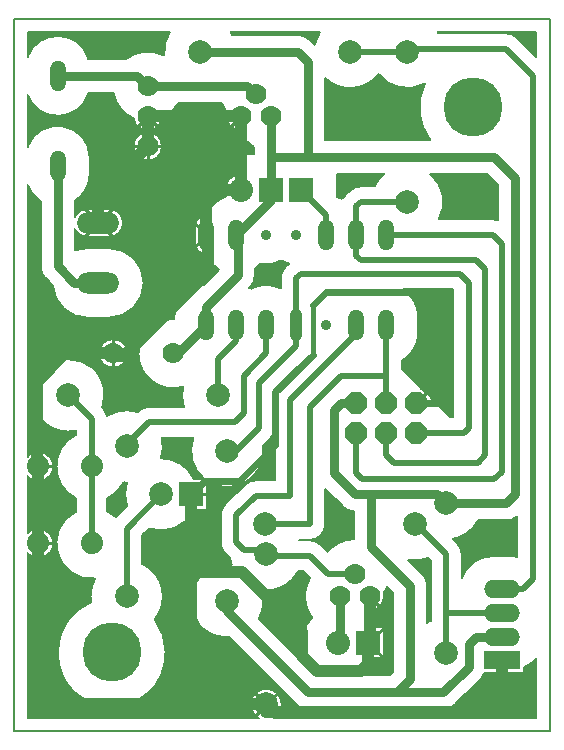
<source format=gbr>
G04 DesignSpark PCB Gerber Version 10.0 Build 5299*
%FSLAX34Y34*%
%MOIN*%
%AMT89*0 Octagon Pad at angle 0*4,1,8,-0.01468,-0.03543,0.01468,-0.03543,0.03543,-0.01468,0.03543,0.01468,0.01468,0.03543,-0.01468,0.03543,-0.03543,0.01468,-0.03543,-0.01468,-0.01468,-0.03543,0*%
%ADD89T89*%
%ADD88O,0.03543X0.03543*%
%ADD87O,0.03937X0.11024*%
%ADD86O,0.05200X0.10400*%
%ADD27R,0.07874X0.07874*%
%ADD10C,0.00500*%
%ADD11C,0.01000*%
%ADD85C,0.01575*%
%ADD18C,0.02000*%
%ADD84C,0.02362*%
%ADD12C,0.03000*%
%ADD14C,0.04000*%
%ADD71C,0.07000*%
%ADD90C,0.07400*%
%ADD29C,0.07874*%
%ADD26C,0.08000*%
%ADD19C,0.19685*%
%ADD24O,0.12000X0.06000*%
%ADD91O,0.14101X0.07050*%
%ADD23R,0.12000X0.06000*%
X0Y0D02*
D02*
D10*
X2075Y1475D02*
X19925D01*
Y25225D01*
X2075D01*
Y1475D01*
X2519Y7412D02*
Y1919D01*
X10228D01*
G75*
G02*
X10475Y2894I247J456D01*
G01*
G75*
G02*
X10722Y1919I0J-519D01*
G01*
X19481D01*
Y3909D01*
G75*
G02*
X19061Y3603I-846J723D01*
G01*
Y3419D01*
X17755D01*
G75*
G02*
X17627Y3223I-530J206D01*
G01*
X16777Y2373D01*
G75*
G02*
X16375Y2206I-402J402D01*
G01*
X11875D01*
G75*
G02*
X11473Y2373I0J569D01*
G01*
X9226Y4620D01*
G75*
G02*
X9175Y4619I-51J1206D01*
G01*
G75*
G02*
Y7031I0J1206D01*
G01*
G75*
G02*
X9322Y7022I0J-1206D01*
G01*
G75*
G02*
X9276Y7240I1153J353D01*
G01*
X9108Y7408D01*
G75*
G02*
X8956Y7775I367J367D01*
G01*
Y8675D01*
G75*
G02*
X9108Y9042I519J0D01*
G01*
X9758Y9692D01*
G75*
G02*
X10125Y9844I367J-367D01*
G01*
X10756D01*
Y12525D01*
G75*
G02*
X10908Y12892I519J0D01*
G01*
X11704Y13688D01*
G75*
G02*
X11548Y13664I-229J983D01*
G01*
X10744Y12860D01*
Y11575D01*
G75*
G02*
X10592Y11208I-519J0D01*
G01*
X10370Y10987D01*
G75*
G02*
X10381Y10825I-1195J-162D01*
G01*
G75*
G02*
X8494Y9830I-1206J0D01*
G01*
Y8856D01*
X8064D01*
G75*
G02*
X6572Y8238I-1089J519D01*
G01*
X6344Y8010D01*
Y7064D01*
G75*
G02*
X6757Y5210I-519J-1089D01*
G01*
G75*
G02*
X7122Y4125I-1432J-1085D01*
G01*
G75*
G02*
X3528I-1797J0D01*
G01*
G75*
G02*
X4634Y5784I1797J0D01*
G01*
G75*
G02*
X4619Y5975I1191J192D01*
G01*
G75*
G02*
X4775Y6568I1206J0D01*
G01*
G75*
G02*
X4146Y8808I-110J1177D01*
G01*
Y9242D01*
G75*
G02*
Y11368I519J1063D01*
G01*
Y11500D01*
G75*
G02*
X2669Y12675I-271J1175D01*
G01*
G75*
G02*
X5081I1206J0D01*
G01*
G75*
G02*
X5012Y12272I-1206J0D01*
G01*
X5032Y12252D01*
G75*
G02*
X5173Y11990I-367J-367D01*
G01*
G75*
G02*
X5825Y12181I652J-1015D01*
G01*
G75*
G02*
X6191Y12124I0J-1206D01*
G01*
X6208Y12142D01*
G75*
G02*
X6575Y12294I367J-367D01*
G01*
X7731D01*
G75*
G02*
X7703Y12960I1144J381D01*
G01*
G75*
G02*
X6213Y14075I-328J1115D01*
G01*
G75*
G02*
X7403Y15237I1162J0D01*
G01*
Y15285D01*
G75*
G02*
X8400Y16355I1072J0D01*
G01*
X8903Y16858D01*
G75*
G02*
X8474Y17380I572J907D01*
G01*
G75*
G02*
X8090Y17765I1J385D01*
G01*
Y18285D01*
G75*
G02*
X8474Y18670I385J0D01*
G01*
G75*
G02*
X9148Y19306I1001J-385D01*
G01*
G75*
G02*
X9419Y20008I477J219D01*
G01*
Y20731D01*
X10056D01*
Y20961D01*
G75*
G02*
X9562Y21504I569J1014D01*
G01*
G75*
G02*
X9161Y22076I63J471D01*
G01*
G75*
G02*
X9007Y22406I964J649D01*
G01*
X7539D01*
G75*
G02*
X6996Y21912I-1014J569D01*
G01*
G75*
G02*
X6054I-471J63D01*
G01*
G75*
G02*
X5383Y22756I471J1063D01*
G01*
X4552D01*
G75*
G02*
X2519Y22694I-1027J309D01*
G01*
Y20956D01*
G75*
G02*
X4597Y20585I1006J-371D01*
G01*
Y20065D01*
G75*
G02*
X4094Y19156I-1072J0D01*
G01*
Y18635D01*
G75*
G02*
X4523Y18903I429J-210D01*
G01*
X5227D01*
G75*
G02*
X5705Y18425I0J-478D01*
G01*
G75*
G02*
X5227Y17947I-478J0D01*
G01*
X4523D01*
G75*
G02*
X4094Y18215I0J478D01*
G01*
Y17508D01*
G75*
G02*
X4523Y17590I429J-1083D01*
G01*
X5227D01*
G75*
G02*
X6392Y16425I0J-1165D01*
G01*
G75*
G02*
X5227Y15260I-1165J0D01*
G01*
X4523D01*
G75*
G02*
X3361Y16335I0J1165D01*
G01*
X3123Y16573D01*
G75*
G02*
X2956Y16975I402J402D01*
G01*
Y19156D01*
G75*
G02*
X2519Y19694I569J909D01*
G01*
Y10638D01*
G75*
G02*
X3380Y10305I366J-333D01*
G01*
G75*
G02*
X2519Y9972I-495J0D01*
G01*
Y8078D01*
G75*
G02*
X3380Y7745I366J-333D01*
G01*
G75*
G02*
X2519Y7412I-495J0D01*
G01*
X6050Y20975D02*
G75*
G02*
X7000I475J0D01*
G01*
G75*
G02*
X6050I-475J0D01*
G01*
X4900Y14075D02*
G75*
G02*
X5850I475J0D01*
G01*
G75*
G02*
X4900I-475J0D01*
G01*
X2544Y7386D02*
G36*
X2544Y7386D02*
Y1944D01*
X10187D01*
G75*
G02*
X9956Y2375I288J431D01*
G01*
G75*
G02*
X10475Y2894I519J0D01*
G01*
G75*
G02*
X10994Y2375I0J-519D01*
G01*
G75*
G02*
X10763Y1944I-519J0D01*
G01*
X19456D01*
Y3880D01*
G75*
G02*
X19061Y3603I-821J751D01*
G01*
Y3419D01*
X17755D01*
G75*
G02*
X17627Y3223I-531J207D01*
G01*
X16777Y2373D01*
G75*
G02*
X16375Y2206I-402J402D01*
G01*
X11875D01*
G75*
G02*
X11473Y2373I0J569D01*
G01*
X9226Y4620D01*
G75*
G02*
X9175Y4619I-52J1260D01*
G01*
G75*
G02*
X7969Y5825I0J1206D01*
G01*
G75*
G02*
X9175Y7031I1206J0D01*
G01*
G75*
G02*
X9322Y7022I0J-1212D01*
G01*
G75*
G02*
X9276Y7240I1157J353D01*
G01*
X9108Y7408D01*
G75*
G02*
X8956Y7775I367J367D01*
G01*
Y8675D01*
G75*
G02*
X9108Y9042I519J0D01*
G01*
X9758Y9692D01*
G75*
G02*
X10125Y9844I367J-367D01*
G01*
X10756D01*
Y12525D01*
G75*
G02*
X10908Y12892I519J0D01*
G01*
X11704Y13688D01*
G75*
G02*
X11548Y13664I-230J986D01*
G01*
X10744Y12860D01*
Y11575D01*
G75*
G02*
X10592Y11208I-519J0D01*
G01*
X10370Y10987D01*
G75*
G02*
X10381Y10825I-1195J-162D01*
G01*
Y10825D01*
G75*
G02*
X8494Y9830I-1206J0D01*
G01*
Y8856D01*
X8064D01*
G75*
G02*
X6572Y8238I-1089J519D01*
G01*
X6344Y8010D01*
Y7064D01*
G75*
G02*
X7031Y5975I-519J-1089D01*
G01*
G75*
G02*
X6757Y5210I-1206J0D01*
G01*
G75*
G02*
X7122Y4125I-1432J-1085D01*
G01*
G75*
G02*
X3528I-1797J0D01*
G01*
G75*
G02*
X4634Y5784I1797J0D01*
G01*
G75*
G02*
X4619Y5975I1196J192D01*
G01*
G75*
G02*
X4775Y6568I1206J0D01*
G01*
G75*
G02*
X3483Y7745I-110J1177D01*
G01*
G75*
G02*
X4146Y8808I1182J0D01*
G01*
Y9242D01*
G75*
G02*
X3483Y10305I519J1063D01*
G01*
G75*
G02*
X4146Y11368I1182J0D01*
G01*
Y11500D01*
G75*
G02*
X2669Y12675I-271J1175D01*
G01*
G75*
G02*
X5081I1206J0D01*
G01*
G75*
G02*
X5012Y12272I-1207J0D01*
G01*
X5032Y12252D01*
G75*
G02*
X5173Y11990I-367J-367D01*
G01*
G75*
G02*
X5825Y12181I652J-1015D01*
G01*
G75*
G02*
X6191Y12124I0J-1206D01*
G01*
X6208Y12142D01*
G75*
G02*
X6575Y12294I367J-367D01*
G01*
X7731D01*
G75*
G02*
X7669Y12675I1145J381D01*
G01*
G75*
G02*
X7703Y12960I1207J0D01*
G01*
G75*
G02*
X6213Y14075I-328J1115D01*
G01*
X5850D01*
G75*
G02*
X4900I-475J0D01*
G01*
X2544D01*
Y10664D01*
G75*
G02*
X3380Y10305I341J-359D01*
G01*
G75*
G02*
X2544Y9946I-495J0D01*
G01*
Y8104D01*
G75*
G02*
X3380Y7745I341J-359D01*
G01*
G75*
G02*
X2544Y7386I-495J0D01*
G01*
G37*
Y19633D02*
G36*
X2544Y19633D02*
Y14075D01*
X4900D01*
G75*
G02*
X5850I475J0D01*
G01*
X6213D01*
G75*
G02*
X7403Y15237I1162J0D01*
G01*
Y15285D01*
G75*
G02*
X8400Y16355I1072J0D01*
G01*
X8903Y16858D01*
G75*
G02*
X8474Y17380I571J907D01*
G01*
G75*
G02*
X8090Y17765I1J385D01*
G01*
Y18285D01*
G75*
G02*
X8474Y18670I385J0D01*
G01*
G75*
G02*
X9148Y19306I1001J-385D01*
G01*
G75*
G02*
X9100Y19525I477J219D01*
G01*
G75*
G02*
X9419Y20008I525J0D01*
G01*
Y20731D01*
X10056D01*
Y20961D01*
G75*
G02*
X10032Y20975I569J1014D01*
G01*
X7000D01*
G75*
G02*
X6050I-475J0D01*
G01*
X4524D01*
G75*
G02*
X4597Y20585I-999J-390D01*
G01*
Y20065D01*
Y20065D01*
G75*
G02*
X4094Y19156I-1072J0D01*
G01*
Y18635D01*
G75*
G02*
X4523Y18903I429J-210D01*
G01*
X5227D01*
G75*
G02*
X5705Y18425I0J-478D01*
G01*
G75*
G02*
X5227Y17947I-478J0D01*
G01*
X4523D01*
G75*
G02*
X4094Y18215I0J478D01*
G01*
Y17508D01*
G75*
G02*
X4523Y17590I429J-1082D01*
G01*
X5227D01*
G75*
G02*
X6392Y16425I0J-1165D01*
G01*
G75*
G02*
X5227Y15260I-1165J0D01*
G01*
X4523D01*
G75*
G02*
X3361Y16335I0J1165D01*
G01*
X3123Y16573D01*
G75*
G02*
X2956Y16975I402J402D01*
G01*
Y19156D01*
G75*
G02*
X2544Y19633I569J909D01*
G01*
G37*
Y22633D02*
G36*
X2544Y22633D02*
Y21017D01*
G75*
G02*
X4524Y20975I981J-433D01*
G01*
X6050D01*
G75*
G02*
X7000I475J0D01*
G01*
X10032D01*
G75*
G02*
X9562Y21504I593J1000D01*
G01*
G75*
G02*
X9150Y21975I63J471D01*
G01*
G75*
G02*
X9161Y22076I475J0D01*
G01*
G75*
G02*
X9007Y22406I965J650D01*
G01*
X7539D01*
G75*
G02*
X6996Y21912I-1014J569D01*
G01*
G75*
G02*
X6054I-471J63D01*
G01*
G75*
G02*
X5388Y22731I471J1063D01*
G01*
X4544D01*
G75*
G02*
X2544Y22633I-1019J334D01*
G01*
G37*
X2519Y24781D02*
Y23956D01*
G75*
G02*
X4552Y23894I1006J-371D01*
G01*
X5813D01*
G75*
G02*
X7076Y23999I712J-919D01*
G01*
G75*
G02*
X7263Y24781I1200J126D01*
G01*
X2519D01*
G36*
X2519Y24781D02*
Y23956D01*
G75*
G02*
X4552Y23894I1006J-371D01*
G01*
X5813D01*
G75*
G02*
X7076Y23999I712J-919D01*
G01*
G75*
G02*
X7263Y24781I1200J126D01*
G01*
X2519D01*
G37*
X5184Y9242D02*
Y8808D01*
G75*
G02*
X5474Y8607I-519J-1063D01*
G01*
X5838Y8972D01*
G75*
G02*
X5835Y9769I1137J403D01*
G01*
G75*
G02*
X5825Y9769I-10J1206D01*
G01*
G75*
G02*
X5721Y9773I0J1206D01*
G01*
G75*
G02*
X5184Y9242I-1056J532D01*
G01*
G36*
X5184Y9242D02*
Y8808D01*
G75*
G02*
X5474Y8607I-519J-1063D01*
G01*
X5838Y8972D01*
G75*
G02*
X5835Y9769I1137J403D01*
G01*
G75*
G02*
X5825Y9769I-10J1206D01*
G01*
G75*
G02*
X5721Y9773I0J1206D01*
G01*
G75*
G02*
X5184Y9242I-1056J532D01*
G01*
G37*
X6998Y11256D02*
G75*
G02*
X6965Y10581I-1173J-281D01*
G01*
G75*
G02*
X8064Y9894I10J-1206D01*
G01*
X8409D01*
G75*
G02*
X8049Y11256I766J931D01*
G01*
X6998D01*
G36*
X6998Y11256D02*
G75*
G02*
X6965Y10581I-1173J-281D01*
G01*
G75*
G02*
X8064Y9894I10J-1206D01*
G01*
X8409D01*
G75*
G02*
X8049Y11256I766J931D01*
G01*
X6998D01*
G37*
X9287Y24781D02*
G75*
G02*
X9339Y24694I-1012J-657D01*
G01*
X11525D01*
G75*
G02*
X11927Y24527I0J-569D01*
G01*
X12092Y24362D01*
G75*
G02*
X12263Y24781I1183J-237D01*
G01*
X9287D01*
G36*
X9287Y24781D02*
G75*
G02*
X9339Y24694I-1012J-657D01*
G01*
X11525D01*
G75*
G02*
X11927Y24527I0J-569D01*
G01*
X12092Y24362D01*
G75*
G02*
X12263Y24781I1183J-237D01*
G01*
X9287D01*
G37*
X9927Y16273D02*
X9916Y16262D01*
G75*
G02*
X9975Y16234I-442J-978D01*
G01*
G75*
G02*
X10955Y16244I500J-949D01*
G01*
G75*
G02*
X10956Y16245I524J-866D01*
G01*
Y16574D01*
G75*
G02*
Y16575I302J0D01*
G01*
Y16575D01*
G75*
G02*
X11108Y16942I519J0D01*
G01*
X11232Y17066D01*
G75*
G02*
X10975Y17171I243J959D01*
G01*
G75*
G02*
X10279Y17055I-500J854D01*
G01*
G75*
G02*
X10094Y16889I-804J710D01*
G01*
Y16675D01*
G75*
G02*
X9927Y16273I-569J0D01*
G01*
G36*
X9927Y16273D02*
X9916Y16262D01*
G75*
G02*
X9975Y16234I-442J-978D01*
G01*
G75*
G02*
X10955Y16244I500J-949D01*
G01*
G75*
G02*
X10956Y16245I524J-866D01*
G01*
Y16574D01*
G75*
G02*
Y16575I302J0D01*
G01*
Y16575D01*
G75*
G02*
X11108Y16942I519J0D01*
G01*
X11232Y17066D01*
G75*
G02*
X10975Y17171I243J959D01*
G01*
G75*
G02*
X10279Y17055I-500J854D01*
G01*
G75*
G02*
X10094Y16889I-804J710D01*
G01*
Y16675D01*
G75*
G02*
X9927Y16273I-569J0D01*
G01*
G37*
X10328Y6178D02*
G75*
G02*
X10224Y5230I-1153J-353D01*
G01*
X12111Y3344D01*
X12327D01*
G75*
G02*
X12003Y5267I548J1081D01*
G01*
G75*
G02*
X11934Y6582I922J708D01*
G01*
X11710Y6806D01*
X11539D01*
G75*
G02*
X10475Y6169I-1064J569D01*
G01*
G75*
G02*
X10328Y6178I0J1206D01*
G01*
G36*
X10328Y6178D02*
G75*
G02*
X10224Y5230I-1153J-353D01*
G01*
X12111Y3344D01*
X12327D01*
G75*
G02*
X12003Y5267I548J1081D01*
G01*
G75*
G02*
X11934Y6582I922J708D01*
G01*
X11710Y6806D01*
X11539D01*
G75*
G02*
X10475Y6169I-1064J569D01*
G01*
G75*
G02*
X10328Y6178I0J1206D01*
G01*
G37*
X11581Y7856D02*
G75*
G02*
X11586Y7844I-1106J-481D01*
G01*
X11925D01*
G75*
G02*
X12292Y7692I0J-519D01*
G01*
X12524Y7459D01*
G75*
G02*
X13406Y7887I901J-735D01*
G01*
Y8807D01*
G75*
G02*
X13023Y8973I19J568D01*
G01*
X12444Y9552D01*
Y8375D01*
G75*
G02*
X11925Y7856I-519J0D01*
G01*
X11581D01*
G36*
X11581Y7856D02*
G75*
G02*
X11586Y7844I-1106J-481D01*
G01*
X11925D01*
G75*
G02*
X12292Y7692I0J-519D01*
G01*
X12524Y7459D01*
G75*
G02*
X13406Y7887I901J-735D01*
G01*
Y8807D01*
G75*
G02*
X13023Y8973I19J568D01*
G01*
X12444Y9552D01*
Y8375D01*
G75*
G02*
X11925Y7856I-519J0D01*
G01*
X11581D01*
G37*
X12444Y23251D02*
Y21194D01*
X15940D01*
G75*
G02*
X15765Y23073I1435J1081D01*
G01*
G75*
G02*
X14225Y23382I-590J1052D01*
G01*
G75*
G02*
X12444Y23251I-950J743D01*
G01*
G36*
X12444Y23251D02*
Y21194D01*
X15940D01*
G75*
G02*
X15765Y23073I1435J1081D01*
G01*
G75*
G02*
X14225Y23382I-590J1052D01*
G01*
G75*
G02*
X12444Y23251I-950J743D01*
G01*
G37*
X12831Y20056D02*
Y19296D01*
G75*
G02*
X12975Y19234I-356J-1012D01*
G01*
G75*
G02*
X13047Y19268I500J-949D01*
G01*
G75*
G02*
X13108Y19342I428J-293D01*
G01*
X13258Y19492D01*
G75*
G02*
X13626Y19644I367J-367D01*
G01*
X14086D01*
G75*
G02*
X14409Y20056I1089J-519D01*
G01*
X12831D01*
G36*
X12831Y20056D02*
Y19296D01*
G75*
G02*
X12975Y19234I-356J-1012D01*
G01*
G75*
G02*
X13047Y19268I500J-949D01*
G01*
G75*
G02*
X13108Y19342I428J-293D01*
G01*
X13258Y19492D01*
G75*
G02*
X13626Y19644I367J-367D01*
G01*
X14086D01*
G75*
G02*
X14409Y20056I1089J-519D01*
G01*
X12831D01*
G37*
X13971Y3906D02*
G75*
G02*
X13423Y3344I-1096J519D01*
G01*
X14589D01*
X14706Y3461D01*
Y6089D01*
X14504Y6292D01*
G75*
G02*
X14389Y6076I-1079J433D01*
G01*
G75*
G02*
X13988Y5504I-464J-101D01*
G01*
G75*
G02*
X13800Y5209I-1063J471D01*
G01*
G75*
G02*
X13971Y4944I-925J-784D01*
G01*
X14394D01*
Y3906D01*
X13971D01*
G36*
X13971Y3906D02*
G75*
G02*
X13423Y3344I-1096J519D01*
G01*
X14589D01*
X14706Y3461D01*
Y6089D01*
X14504Y6292D01*
G75*
G02*
X14389Y6076I-1079J433D01*
G01*
G75*
G02*
X13988Y5504I-464J-101D01*
G01*
G75*
G02*
X13800Y5209I-1063J471D01*
G01*
G75*
G02*
X13971Y4944I-925J-784D01*
G01*
X14394D01*
Y3906D01*
X13971D01*
G37*
X14994Y13826D02*
Y13556D01*
X15642Y12908D01*
Y12904D01*
X15673D01*
X15954Y12623D01*
Y12592D01*
X15958D01*
X16606Y11944D01*
X16706D01*
Y16206D01*
X15024D01*
G75*
G02*
X15547Y15285I-549J-921D01*
G01*
Y14765D01*
G75*
G02*
X14994Y13826I-1072J0D01*
G01*
G36*
X14994Y13826D02*
Y13556D01*
X15642Y12908D01*
Y12904D01*
X15673D01*
X15954Y12623D01*
Y12592D01*
X15958D01*
X16606Y11944D01*
X16706D01*
Y16206D01*
X15024D01*
G75*
G02*
X15547Y15285I-549J-921D01*
G01*
Y14765D01*
G75*
G02*
X14994Y13826I-1072J0D01*
G01*
G37*
X15217Y7187D02*
X15677Y6727D01*
G75*
G02*
X15844Y6325I-402J-402D01*
G01*
Y5103D01*
G75*
G02*
X15956Y5164I631J-1028D01*
G01*
Y7160D01*
X15865Y7252D01*
G75*
G02*
X15217Y7187I-440J1123D01*
G01*
G36*
X15217Y7187D02*
X15677Y6727D01*
G75*
G02*
X15844Y6325I-402J-402D01*
G01*
Y5103D01*
G75*
G02*
X15956Y5164I631J-1028D01*
G01*
Y7160D01*
X15865Y7252D01*
G75*
G02*
X15217Y7187I-440J1123D01*
G01*
G37*
X15941Y20056D02*
G75*
G02*
X16232Y18544I-766J-931D01*
G01*
X18025D01*
G75*
G02*
X18206Y18511I0J-519D01*
G01*
Y19689D01*
X17839Y20056D01*
X15941D01*
G36*
X15941Y20056D02*
G75*
G02*
X16232Y18544I-766J-931D01*
G01*
X18025D01*
G75*
G02*
X18206Y18511I0J-519D01*
G01*
Y19689D01*
X17839Y20056D01*
X15941D01*
G37*
X16187Y24781D02*
G75*
G02*
X16210Y24744I-1012J-657D01*
G01*
X18475D01*
G75*
G02*
X18842Y24592I0J-519D01*
G01*
X19481Y23952D01*
Y24781D01*
X16187D01*
G36*
X16187Y24781D02*
G75*
G02*
X16210Y24744I-1012J-657D01*
G01*
X18475D01*
G75*
G02*
X18842Y24592I0J-519D01*
G01*
X19481Y23952D01*
Y24781D01*
X16187D01*
G37*
X16695Y7889D02*
X16842Y7742D01*
G75*
G02*
X16994Y7375I-367J-367D01*
G01*
Y6596D01*
G75*
G02*
X18036Y7319I1042J-390D01*
G01*
X18636D01*
G75*
G02*
X18846Y7299I0J-1112D01*
G01*
Y8644D01*
G75*
G02*
X18475Y8506I-371J431D01*
G01*
X17539D01*
G75*
G02*
X16695Y7889I-1064J569D01*
G01*
G36*
X16695Y7889D02*
X16842Y7742D01*
G75*
G02*
X16994Y7375I-367J-367D01*
G01*
Y6596D01*
G75*
G02*
X18036Y7319I1042J-390D01*
G01*
X18636D01*
G75*
G02*
X18846Y7299I0J-1112D01*
G01*
Y8644D01*
G75*
G02*
X18475Y8506I-371J431D01*
G01*
X17539D01*
G75*
G02*
X16695Y7889I-1064J569D01*
G01*
G37*
D02*
D11*
X2885Y7425D02*
Y7225D01*
Y8065D02*
Y8265D01*
Y9985D02*
Y9785D01*
Y10625D02*
Y10825D01*
X3205Y7745D02*
X3405D01*
X3205Y10305D02*
X3405D01*
X4558Y18108D02*
X4390Y17940D01*
X4558Y18742D02*
X4390Y18910D01*
X5075Y14075D02*
X4875D01*
X5192Y18108D02*
X5360Y17940D01*
X5192Y18742D02*
X5360Y18910D01*
X5375Y13775D02*
Y13575D01*
Y14375D02*
Y14575D01*
X5675Y14075D02*
X5875D01*
X6225Y20975D02*
X6025D01*
X6313Y21763D02*
X6171Y21621D01*
X6525Y20675D02*
Y20475D01*
Y21275D02*
Y21475D01*
X6737Y21763D02*
X6879Y21621D01*
X6825Y20975D02*
X7025D01*
X8250Y17800D02*
X8086Y17636D01*
X8250Y18250D02*
X8086Y18414D01*
X8319Y9375D02*
X8519D01*
X9275Y19525D02*
X9075D01*
X9413Y21763D02*
X9271Y21621D01*
X10232Y2132D02*
X10091Y1991D01*
X10232Y2618D02*
X10091Y2759D01*
X10718Y2132D02*
X10859Y1991D01*
X10718Y2618D02*
X10859Y2759D01*
X14137Y5763D02*
X14279Y5621D01*
X14233Y4067D02*
X14419Y3881D01*
X14233Y4783D02*
X14419Y4969D01*
X15690Y12640D02*
X15832Y12782D01*
D02*
D12*
X3525Y20325D02*
Y16975D01*
X4075Y16425D01*
X4875D01*
X3525Y23325D02*
X6175D01*
X6525Y22975D01*
X7375Y14075D02*
X7525D01*
X8475Y15025D01*
X8275Y24125D02*
X11525D01*
X11875Y23775D01*
Y20625D01*
X8475Y15025D02*
Y15625D01*
X9525Y16675D01*
Y17975D01*
X9475Y18025D01*
X10625Y19175D01*
Y19525D01*
X10125Y22725D02*
X10075D01*
X9825Y22975D01*
X6525D01*
X10625Y20625D02*
Y19525D01*
Y21975D02*
Y20625D01*
X11875D02*
X10625D01*
X12925Y5975D02*
Y4475D01*
X12875Y4425D01*
X14875Y2775D02*
X11875D01*
X9175Y5475D01*
Y5825D01*
X14875Y9375D02*
X16175D01*
X16475Y9075D01*
X14875Y9375D02*
X13425D01*
X12725Y10075D01*
Y12175D01*
X12975Y12425D01*
X13475D01*
X14875Y9375D02*
X13975D01*
Y7625D01*
X15275Y6325D01*
Y3225D01*
X14875Y2825D01*
Y2775D01*
X16475Y9075D02*
X18475D01*
X18775Y9375D01*
Y19925D01*
X18075Y20625D01*
X11875D01*
X18336Y4631D02*
X17481D01*
X17225Y4375D01*
Y3625D01*
X16375Y2775D01*
X14875D01*
D02*
D14*
X2885Y7745D02*
Y10305D01*
Y7745D02*
Y3565D01*
X4075Y2375D01*
X7975D01*
X2885Y10305D02*
X2825D01*
Y13125D01*
X3775Y14075D01*
X5375D01*
X4875Y18425D02*
Y19325D01*
X6525Y20975D01*
X5375Y14075D02*
Y13975D01*
X5725D01*
X8525Y16775D01*
Y17975D01*
X8475Y18025D01*
X6525Y21975D02*
X9625D01*
X6525D02*
Y20975D01*
X7975Y2375D02*
X10475D01*
X7975Y6775D02*
Y2375D01*
Y7425D02*
Y6775D01*
Y9375D02*
Y7425D01*
X9625Y19525D02*
Y21975D01*
Y19525D02*
X8625D01*
X8475Y19375D01*
Y18025D01*
X13875Y4425D02*
Y3725D01*
X13625Y3475D01*
X12175D01*
X11675Y3975D01*
Y4775D01*
X9675Y6775D01*
X7975D01*
X13925Y5975D02*
Y4475D01*
X13875Y4425D01*
X18336Y3844D02*
Y2436D01*
X18025Y2125D01*
X10475D01*
Y2375D01*
D02*
D18*
X4665Y10305D02*
Y11885D01*
X3875Y12675D01*
X4665Y10305D02*
Y7745D01*
X5825Y5975D02*
Y8225D01*
X6975Y9375D01*
X8875Y12675D02*
Y13875D01*
X9475Y14475D01*
Y15025D01*
X9175Y10825D02*
X9475D01*
X10225Y11575D01*
Y13075D01*
X11475Y14325D01*
Y15025D01*
X10425Y8375D02*
X11925D01*
Y12275D01*
X12975Y13325D01*
X14475D01*
Y13125D01*
X10475Y15025D02*
Y14075D01*
X9725Y13325D01*
Y12075D01*
X9425Y11775D01*
X6575D01*
X5775Y10975D01*
X5825D01*
X12475Y18025D02*
Y18675D01*
X11625Y19525D01*
X13425Y6725D02*
X12525D01*
X11925Y7325D01*
X10525D01*
X10475Y7375D01*
X13475Y11425D02*
Y10075D01*
X13675Y9875D01*
X18075D01*
X18325Y10125D01*
Y17725D01*
X18025Y18025D01*
X14475D01*
X13475Y15025D02*
Y14725D01*
X11275Y12525D01*
Y9325D01*
X10125D01*
X9475Y8675D01*
Y7775D01*
X9725Y7525D01*
X10325D01*
X10475Y7375D01*
X13475Y18025D02*
Y18975D01*
X13625Y19125D01*
X15175D01*
X14475Y11425D02*
Y10675D01*
X14725Y10425D01*
X17525D01*
X17775Y10675D01*
Y16875D01*
X17475Y17175D01*
X13625D01*
X13475Y17325D01*
Y18025D01*
X14475Y12425D02*
Y13125D01*
Y15025D01*
X15175Y24125D02*
X13275D01*
X15175D02*
X15275Y24225D01*
X18475D01*
X19364Y23336D01*
Y6545D01*
X19025Y6206D01*
X18336D01*
X15425Y8375D02*
X15475D01*
X16475Y7375D01*
Y5419D01*
X15475Y11425D02*
X17075D01*
X17225Y11575D01*
Y16425D01*
X16925Y16725D01*
X11625D01*
X11475Y16575D01*
Y15025D01*
X16475Y4075D02*
Y5419D01*
X18336D02*
X16475D01*
D02*
D19*
X5325Y4125D03*
X17375Y22275D03*
D02*
D71*
X5375Y14075D03*
X6525Y20975D03*
Y21975D03*
Y22975D03*
X7375Y14075D03*
X9625Y21975D03*
X10125Y22725D03*
X10625Y21975D03*
X12925Y5975D03*
X13425Y6725D03*
X13925Y5975D03*
D02*
D23*
X18336Y3844D03*
D02*
D24*
Y4631D03*
Y5419D03*
Y6206D03*
D02*
D26*
X9625Y19525D03*
X12875Y4425D03*
D02*
D27*
X7975Y9375D03*
X10625Y19525D03*
X11625D03*
X13875Y4425D03*
D02*
D29*
X3875Y12675D03*
X5825Y5975D03*
Y10975D03*
X6975Y9375D03*
X8275Y24125D03*
X8875Y12675D03*
X9175Y5825D03*
Y10825D03*
X10425Y8375D03*
X10475Y2375D03*
Y7375D03*
X13275Y24125D03*
X15175Y19125D03*
Y24125D03*
X15425Y8375D03*
X16475Y4075D03*
Y9075D03*
D02*
D84*
X12025Y14025D02*
X10775Y12775D01*
Y11025D01*
X9575Y9825D01*
X8425D01*
X7975Y9375D01*
X15475Y12425D02*
X16375D01*
X16575Y12625D01*
Y15775D01*
X16225Y16125D01*
X12475D01*
X12025Y15675D01*
D02*
D85*
Y14025D01*
D02*
D86*
X3525Y20325D03*
Y23325D03*
X8475Y15025D03*
Y18025D03*
X9475Y15025D03*
Y18025D03*
X10475Y15025D03*
X12475Y18025D03*
X13475Y15025D03*
Y18025D03*
X14475Y15025D03*
Y18025D03*
D02*
D87*
X11475Y15025D03*
D02*
D88*
X10475Y18025D03*
X11475D03*
X12475Y15025D03*
D02*
D89*
X13475Y11425D03*
Y12425D03*
X14475Y11425D03*
Y12425D03*
X15475Y11425D03*
Y12425D03*
D02*
D90*
X2885Y7745D03*
Y10305D03*
X4665Y7745D03*
Y10305D03*
D02*
D91*
X4875Y16425D03*
Y18425D03*
X0Y0D02*
M02*

</source>
